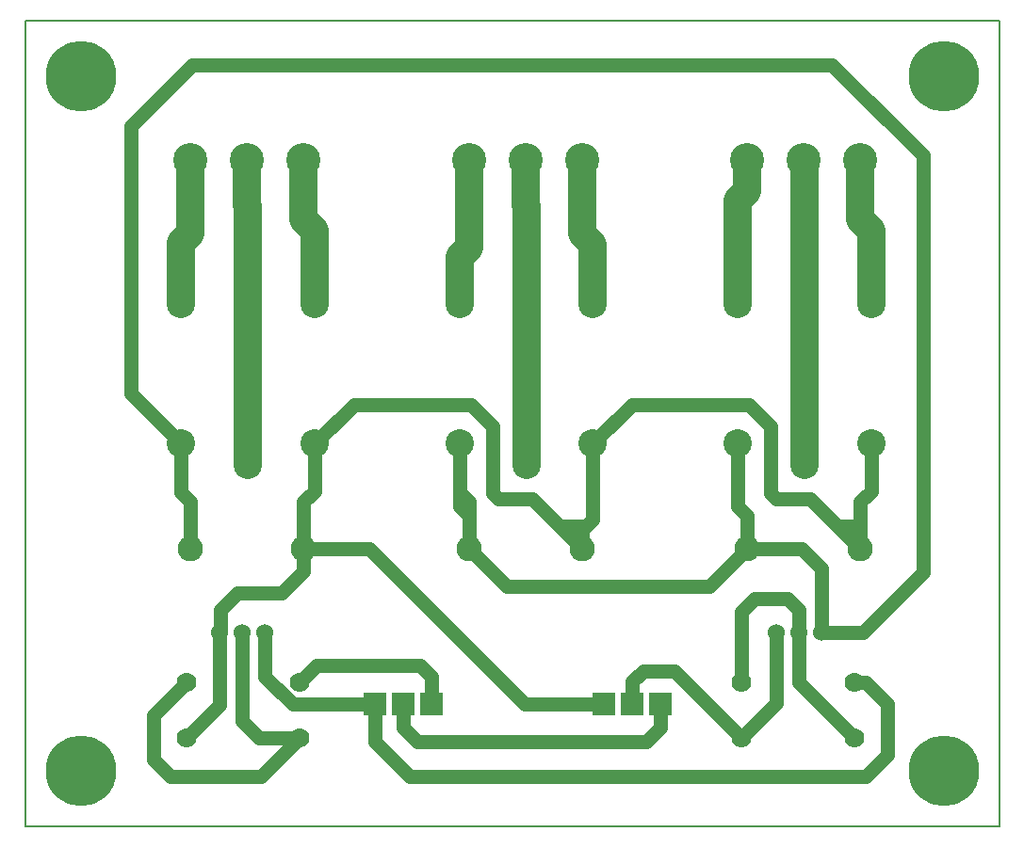
<source format=gbr>
G04 PROTEUS RS274X GERBER FILE*
%FSLAX45Y45*%
%MOMM*%
G01*
%ADD10C,1.270000*%
%ADD11C,2.540000*%
%ADD12C,0.254000*%
%ADD13C,3.048000*%
%ADD14C,2.540000*%
%ADD15C,2.286000*%
%ADD16R,2.032000X2.032000*%
%ADD17C,1.524000*%
%ADD18C,1.778000*%
%ADD19C,6.350000*%
%ADD70C,0.203200*%
D10*
X-2266000Y+2500000D02*
X-1778000Y+2500000D01*
X-1596800Y+2318800D01*
X-1596800Y+1750000D01*
X-2266000Y+2500000D02*
X-2266000Y+2794000D01*
X-2350000Y+2878000D01*
X-2350000Y+3450000D01*
X-4766000Y+2500000D02*
X-4766000Y+2921000D01*
X-4850000Y+3005000D01*
X-4850000Y+3450000D01*
X-7266000Y+2500000D02*
X-7266000Y+2921000D01*
X-7350000Y+3005000D01*
X-7350000Y+3450000D01*
X-5354000Y+1100000D02*
X-5354000Y+889000D01*
X-5227000Y+762000D01*
X-3175000Y+762000D01*
X-3042000Y+895000D01*
X-3042000Y+1100000D01*
D11*
X-1758000Y+6000000D02*
X-1750000Y+5992000D01*
X-1750000Y+3250000D01*
X-4258000Y+6000000D02*
X-4258000Y+5588000D01*
X-4250000Y+5580000D01*
X-4250000Y+3250000D01*
X-6758000Y+6000000D02*
X-6758000Y+5588000D01*
X-6750000Y+5580000D01*
X-6750000Y+3250000D01*
X-1250000Y+6000000D02*
X-1250000Y+5461000D01*
X-1150000Y+5361000D01*
X-1150000Y+4700000D01*
X-3750000Y+6000000D02*
X-3750000Y+5334000D01*
X-3650000Y+5234000D01*
X-3650000Y+4700000D01*
X-6250000Y+6000000D02*
X-6250000Y+5461000D01*
X-6150000Y+5361000D01*
X-6150000Y+4700000D01*
X-2266000Y+6000000D02*
X-2266000Y+5715000D01*
X-2349999Y+5631001D01*
X-2350000Y+4700000D01*
D12*
X-2349999Y+4700000D01*
D11*
X-4766000Y+6000000D02*
X-4766000Y+5207000D01*
X-4849999Y+5123001D01*
X-4850000Y+4700000D01*
D12*
X-4849999Y+4700000D01*
D11*
X-7266000Y+6000000D02*
X-7266000Y+5334000D01*
X-7349999Y+5250001D01*
X-7350000Y+4700000D01*
D12*
X-7349999Y+4700000D01*
D10*
X-6250000Y+2500000D02*
X-6250000Y+2921000D01*
X-6150000Y+3021000D01*
X-6150000Y+3450000D01*
D12*
X-6150000Y+3449999D01*
D10*
X-3750000Y+2500000D02*
X-3750000Y+2667000D01*
X-3650000Y+2767000D01*
X-3650000Y+3450000D01*
D12*
X-3650000Y+3449999D01*
X-1150000Y+3450000D02*
X-1150000Y+3449999D01*
D10*
X-1800000Y+1750000D02*
X-1800000Y+1950000D01*
X-1900000Y+2050000D01*
X-2200000Y+2050000D01*
X-2316000Y+1934000D01*
X-2316000Y+1300000D01*
X-5608000Y+1100000D02*
X-6350000Y+1100000D01*
X-6596800Y+1346800D01*
X-6596800Y+1750000D01*
X-5100000Y+1100000D02*
X-5100000Y+1300000D01*
X-5100000Y+1350000D01*
X-5200000Y+1450000D01*
X-6134000Y+1450000D01*
X-6284000Y+1300000D01*
X-7003200Y+1750000D02*
X-7003200Y+1096800D01*
X-7300000Y+800000D01*
X-6800000Y+1750000D02*
X-6800000Y+950000D01*
X-6650000Y+800000D01*
X-6284000Y+800000D01*
X-1800000Y+1750000D02*
X-1800000Y+1300000D01*
X-1300000Y+800000D01*
X-2316000Y+800000D02*
X-2003200Y+1112800D01*
X-2003200Y+1750000D01*
X-5608000Y+1100000D02*
X-5608000Y+762000D01*
X-5296000Y+450000D01*
X-1200000Y+450000D01*
X-1000000Y+650000D01*
X-1000000Y+1100000D01*
X-1200000Y+1300000D01*
X-1300000Y+1300000D01*
X-2316000Y+800000D02*
X-2916000Y+1400000D01*
X-3200001Y+1400000D01*
X-3296000Y+1304001D01*
X-3296000Y+1100000D01*
X-7300000Y+1300000D02*
X-7600000Y+1000000D01*
X-7600000Y+600000D01*
X-7450000Y+450000D01*
X-6634000Y+450000D01*
X-6284000Y+800000D01*
X-1250000Y+2700000D02*
X-1450000Y+2700000D01*
X-1250000Y+2500000D02*
X-1250000Y+2700000D01*
X-1250000Y+2921000D01*
X-1150000Y+3021000D01*
X-1150000Y+3450000D01*
X-1250000Y+2500000D02*
X-1450000Y+2700000D01*
X-1700000Y+2950000D01*
X-2000000Y+2950000D01*
X-2050000Y+3000000D01*
X-2050000Y+3050000D01*
X-2050000Y+3600000D01*
X-2250000Y+3800000D01*
X-3300000Y+3800000D01*
X-3650000Y+3450000D01*
X-4766000Y+2500000D02*
X-4766000Y+2794000D01*
X-4850000Y+2878000D01*
X-4850000Y+3450000D01*
D12*
X-6150000Y+3450000D02*
X-6150000Y+3449999D01*
D10*
X-3750000Y+2700000D02*
X-3950000Y+2700000D01*
X-3750000Y+2500000D02*
X-3950000Y+2700000D01*
X-4200000Y+2950000D01*
X-4500000Y+2950000D01*
X-4550000Y+3000000D01*
X-4550000Y+3050000D01*
X-4550000Y+3600000D01*
X-4750000Y+3800000D01*
X-5800000Y+3800000D01*
X-6150000Y+3450000D01*
X-3550000Y+1100000D02*
X-4259813Y+1100000D01*
X-5042035Y+1882222D01*
X-5445813Y+2286000D01*
X-5659813Y+2500000D01*
X-6056000Y+2500000D01*
X-6250000Y+2500000D01*
X-6250000Y+2300000D01*
X-6450000Y+2100000D01*
X-6850000Y+2100000D01*
X-7000000Y+1950000D01*
X-7000000Y+1753200D01*
X-7003200Y+1750000D01*
X-2266000Y+2500000D02*
X-2607000Y+2159000D01*
X-4425000Y+2159000D01*
X-4766000Y+2500000D01*
X-1596800Y+1750000D02*
X-1224938Y+1750000D01*
X-685405Y+2289533D01*
X-685405Y+6035405D01*
X-1500000Y+6850000D01*
X-7250000Y+6850000D01*
X-7800000Y+6300000D01*
X-7800000Y+3900000D01*
X-7350000Y+3450000D01*
D13*
X-1250000Y+6000000D03*
X-1758000Y+6000000D03*
X-2266000Y+6000000D03*
X-3750000Y+6000000D03*
X-4258000Y+6000000D03*
X-4766000Y+6000000D03*
X-6250000Y+6000000D03*
X-6758000Y+6000000D03*
X-7266000Y+6000000D03*
D14*
X-1150000Y+3450000D03*
X-2350000Y+3450000D03*
X-1750000Y+3250000D03*
X-2350000Y+4700000D03*
X-1150000Y+4700000D03*
X-3650000Y+3450000D03*
X-4850000Y+3450000D03*
X-4250000Y+3250000D03*
X-4850000Y+4700000D03*
X-3650000Y+4700000D03*
X-6150000Y+3450000D03*
X-7350000Y+3450000D03*
X-6750000Y+3250000D03*
X-7350000Y+4700000D03*
X-6150000Y+4700000D03*
D15*
X-2266000Y+2500000D03*
X-1250000Y+2500000D03*
X-4766000Y+2500000D03*
X-3750000Y+2500000D03*
X-7266000Y+2500000D03*
X-6250000Y+2500000D03*
D16*
X-3042000Y+1100000D03*
X-3296000Y+1100000D03*
X-3550000Y+1100000D03*
D17*
X-1596800Y+1750000D03*
X-1800000Y+1750000D03*
X-2003200Y+1750000D03*
D18*
X-1300000Y+1300000D03*
X-2316000Y+1300000D03*
X-1300000Y+800000D03*
X-2316000Y+800000D03*
D19*
X-500000Y+500000D03*
X-8250000Y+500000D03*
X-500000Y+6750000D03*
X-8250000Y+6750000D03*
D16*
X-5100000Y+1100000D03*
X-5354000Y+1100000D03*
X-5608000Y+1100000D03*
D17*
X-6596800Y+1750000D03*
X-6800000Y+1750000D03*
X-7003200Y+1750000D03*
D18*
X-6284000Y+1300000D03*
X-7300000Y+1300000D03*
X-6284000Y+800000D03*
X-7300000Y+800000D03*
D70*
X-8750000Y+0D02*
X+0Y+0D01*
X+0Y+7250000D01*
X-8750000Y+7250000D01*
X-8750000Y+0D01*
M02*

</source>
